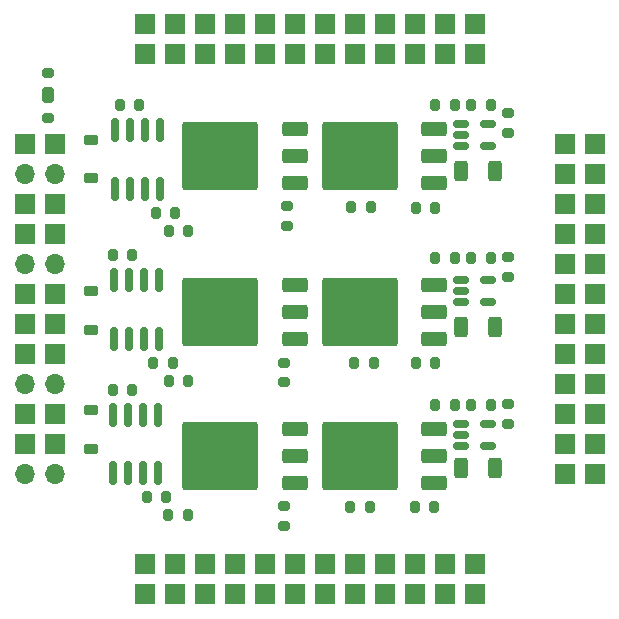
<source format=gbr>
%TF.GenerationSoftware,KiCad,Pcbnew,7.0.5*%
%TF.CreationDate,2024-12-02T20:01:48-05:00*%
%TF.ProjectId,eddie_bldc,65646469-655f-4626-9c64-632e6b696361,rev?*%
%TF.SameCoordinates,Original*%
%TF.FileFunction,Soldermask,Top*%
%TF.FilePolarity,Negative*%
%FSLAX46Y46*%
G04 Gerber Fmt 4.6, Leading zero omitted, Abs format (unit mm)*
G04 Created by KiCad (PCBNEW 7.0.5) date 2024-12-02 20:01:48*
%MOMM*%
%LPD*%
G01*
G04 APERTURE LIST*
G04 Aperture macros list*
%AMRoundRect*
0 Rectangle with rounded corners*
0 $1 Rounding radius*
0 $2 $3 $4 $5 $6 $7 $8 $9 X,Y pos of 4 corners*
0 Add a 4 corners polygon primitive as box body*
4,1,4,$2,$3,$4,$5,$6,$7,$8,$9,$2,$3,0*
0 Add four circle primitives for the rounded corners*
1,1,$1+$1,$2,$3*
1,1,$1+$1,$4,$5*
1,1,$1+$1,$6,$7*
1,1,$1+$1,$8,$9*
0 Add four rect primitives between the rounded corners*
20,1,$1+$1,$2,$3,$4,$5,0*
20,1,$1+$1,$4,$5,$6,$7,0*
20,1,$1+$1,$6,$7,$8,$9,0*
20,1,$1+$1,$8,$9,$2,$3,0*%
G04 Aperture macros list end*
%ADD10R,1.700000X1.700000*%
%ADD11O,1.700000X1.700000*%
%ADD12RoundRect,0.200000X-0.275000X0.200000X-0.275000X-0.200000X0.275000X-0.200000X0.275000X0.200000X0*%
%ADD13RoundRect,0.200000X0.275000X-0.200000X0.275000X0.200000X-0.275000X0.200000X-0.275000X-0.200000X0*%
%ADD14RoundRect,0.225000X-0.375000X0.225000X-0.375000X-0.225000X0.375000X-0.225000X0.375000X0.225000X0*%
%ADD15RoundRect,0.200000X0.200000X0.275000X-0.200000X0.275000X-0.200000X-0.275000X0.200000X-0.275000X0*%
%ADD16RoundRect,0.150000X-0.512500X-0.150000X0.512500X-0.150000X0.512500X0.150000X-0.512500X0.150000X0*%
%ADD17RoundRect,0.200000X-0.200000X-0.275000X0.200000X-0.275000X0.200000X0.275000X-0.200000X0.275000X0*%
%ADD18RoundRect,0.150000X0.150000X-0.825000X0.150000X0.825000X-0.150000X0.825000X-0.150000X-0.825000X0*%
%ADD19RoundRect,0.250000X-0.312500X-0.625000X0.312500X-0.625000X0.312500X0.625000X-0.312500X0.625000X0*%
%ADD20RoundRect,0.250000X0.850000X0.350000X-0.850000X0.350000X-0.850000X-0.350000X0.850000X-0.350000X0*%
%ADD21RoundRect,0.249997X2.950003X2.650003X-2.950003X2.650003X-2.950003X-2.650003X2.950003X-2.650003X0*%
G04 APERTURE END LIST*
D10*
%TO.C,J17*%
X35560000Y-60960000D03*
%TD*%
%TO.C,J16*%
X25400000Y-60960000D03*
%TD*%
%TO.C,J16*%
X27940000Y-60960000D03*
%TD*%
%TO.C,J18*%
X43180000Y-60960000D03*
%TD*%
%TO.C,J16*%
X30480000Y-60960000D03*
%TD*%
%TO.C,J16*%
X22860000Y-60960000D03*
%TD*%
%TO.C,J17*%
X40640000Y-60960000D03*
%TD*%
%TO.C,J17*%
X33020000Y-60960000D03*
%TD*%
%TO.C,J18*%
X48260000Y-60960000D03*
%TD*%
%TO.C,J17*%
X38100000Y-60960000D03*
%TD*%
%TO.C,J18*%
X45720000Y-60960000D03*
%TD*%
%TO.C,J18*%
X50800000Y-60960000D03*
%TD*%
%TO.C,J3*%
X12700000Y-48255000D03*
D11*
X12700000Y-50795000D03*
%TD*%
D10*
%TO.C,J7*%
X12700000Y-22855000D03*
D11*
X12700000Y-25395000D03*
%TD*%
D10*
%TO.C,J5*%
X12700000Y-38095000D03*
%TD*%
%TO.C,J1*%
X12700000Y-30475000D03*
D11*
X12700000Y-33015000D03*
%TD*%
D10*
%TO.C,J4*%
X12700000Y-35555000D03*
%TD*%
%TO.C,J2*%
X12700000Y-40635000D03*
D11*
X12700000Y-43175000D03*
%TD*%
D10*
%TO.C,J6*%
X12700000Y-45715000D03*
%TD*%
%TO.C,J13*%
X12700000Y-27935000D03*
%TD*%
%TO.C,J13*%
X50800000Y-12700000D03*
%TD*%
%TO.C,J12*%
X25400000Y-12700000D03*
%TD*%
%TO.C,J13*%
X43180000Y-12700000D03*
%TD*%
%TO.C,J14*%
X45720000Y-12700000D03*
%TD*%
%TO.C,J12*%
X33020000Y-12700000D03*
%TD*%
%TO.C,J10*%
X35560000Y-12700000D03*
%TD*%
%TO.C,J15*%
X48260000Y-12700000D03*
%TD*%
%TO.C,J11*%
X30480000Y-12700000D03*
%TD*%
%TO.C,J11*%
X22860000Y-12700000D03*
%TD*%
%TO.C,J14*%
X38100000Y-12700000D03*
%TD*%
%TO.C,J10*%
X27940000Y-12700000D03*
%TD*%
%TO.C,J15*%
X40640000Y-12700000D03*
%TD*%
%TO.C,J18*%
X60960000Y-48260000D03*
%TD*%
%TO.C,J17*%
X60960000Y-33020000D03*
%TD*%
%TO.C,J16*%
X60960000Y-27940000D03*
%TD*%
%TO.C,J18*%
X60960000Y-43180000D03*
%TD*%
%TO.C,J16*%
X60960000Y-30480000D03*
%TD*%
%TO.C,J17*%
X60960000Y-38100000D03*
%TD*%
%TO.C,J18*%
X60960000Y-50800000D03*
%TD*%
%TO.C,J16*%
X60960000Y-22860000D03*
%TD*%
%TO.C,J17*%
X60960000Y-35560000D03*
%TD*%
%TO.C,J17*%
X60960000Y-40640000D03*
%TD*%
%TO.C,J16*%
X60960000Y-25400000D03*
%TD*%
%TO.C,J18*%
X60960000Y-45720000D03*
%TD*%
%TO.C,J13*%
X15240000Y-27940000D03*
%TD*%
D12*
%TO.C,D4*%
X14634379Y-18989512D03*
X14634379Y-20639512D03*
%TD*%
D13*
%TO.C,R9*%
X34635608Y-55147584D03*
X34635608Y-53497584D03*
%TD*%
D10*
%TO.C,J18*%
X45720000Y-58420000D03*
%TD*%
%TO.C,J11*%
X30480000Y-15240000D03*
%TD*%
D14*
%TO.C,D1*%
X18319206Y-22462100D03*
X18319206Y-25762100D03*
%TD*%
D10*
%TO.C,J14*%
X38100000Y-15240000D03*
%TD*%
%TO.C,J17*%
X38100000Y-58420000D03*
%TD*%
D15*
%TO.C,C2*%
X26527686Y-30175338D03*
X24877686Y-30175338D03*
%TD*%
D16*
%TO.C,U2*%
X49662500Y-21148000D03*
X49662500Y-22098000D03*
X49662500Y-23048000D03*
X51937500Y-23048000D03*
X51937500Y-21148000D03*
%TD*%
D10*
%TO.C,J15*%
X48260000Y-15240000D03*
%TD*%
D15*
%TO.C,C1*%
X25420881Y-28644376D03*
X23770881Y-28644376D03*
%TD*%
D13*
%TO.C,R1*%
X34908869Y-29773516D03*
X34908869Y-28123516D03*
%TD*%
D10*
%TO.C,J2*%
X15240000Y-40640000D03*
D11*
X15240000Y-43180000D03*
%TD*%
D10*
%TO.C,J11*%
X22860000Y-15240000D03*
%TD*%
D17*
%TO.C,R6*%
X45817381Y-41406592D03*
X47467381Y-41406592D03*
%TD*%
D10*
%TO.C,J18*%
X50800000Y-58420000D03*
%TD*%
D17*
%TO.C,R11*%
X47435000Y-44958000D03*
X49085000Y-44958000D03*
%TD*%
D10*
%TO.C,J15*%
X40640000Y-15240000D03*
%TD*%
%TO.C,J6*%
X15240000Y-45720000D03*
%TD*%
%TO.C,J18*%
X58420000Y-45720000D03*
%TD*%
D18*
%TO.C,U5*%
X20196061Y-50735000D03*
X21466061Y-50735000D03*
X22736061Y-50735000D03*
X24006061Y-50735000D03*
X24006061Y-45785000D03*
X22736061Y-45785000D03*
X21466061Y-45785000D03*
X20196061Y-45785000D03*
%TD*%
D19*
%TO.C,R3_SHUNT3*%
X49591500Y-50292000D03*
X52516500Y-50292000D03*
%TD*%
D10*
%TO.C,J18*%
X48260000Y-58420000D03*
%TD*%
%TO.C,J10*%
X27940000Y-15240000D03*
%TD*%
D20*
%TO.C,Q4*%
X47345000Y-39365000D03*
X47345000Y-37085000D03*
D21*
X41045000Y-37085000D03*
D20*
X47345000Y-34805000D03*
%TD*%
D10*
%TO.C,J17*%
X58420000Y-38100000D03*
%TD*%
D19*
%TO.C,R3_SHUNT1*%
X49591500Y-25146000D03*
X52516500Y-25146000D03*
%TD*%
D10*
%TO.C,J12*%
X33020000Y-15240000D03*
%TD*%
D18*
%TO.C,U3*%
X20247167Y-39338085D03*
X21517167Y-39338085D03*
X22787167Y-39338085D03*
X24057167Y-39338085D03*
X24057167Y-34388085D03*
X22787167Y-34388085D03*
X21517167Y-34388085D03*
X20247167Y-34388085D03*
%TD*%
D10*
%TO.C,J17*%
X58420000Y-35560000D03*
%TD*%
%TO.C,J17*%
X40640000Y-58420000D03*
%TD*%
%TO.C,J17*%
X33020000Y-58420000D03*
%TD*%
%TO.C,J16*%
X58420000Y-22860000D03*
%TD*%
D17*
%TO.C,R2*%
X45818366Y-28235527D03*
X47468366Y-28235527D03*
%TD*%
%TO.C,R10*%
X45722080Y-53576520D03*
X47372080Y-53576520D03*
%TD*%
D15*
%TO.C,R12*%
X52133000Y-44958000D03*
X50483000Y-44958000D03*
%TD*%
D19*
%TO.C,R3_SHUNT2*%
X49591500Y-38354000D03*
X52516500Y-38354000D03*
%TD*%
D10*
%TO.C,J16*%
X58420000Y-25400000D03*
%TD*%
D20*
%TO.C,Q2*%
X47345000Y-26155000D03*
X47345000Y-23875000D03*
D21*
X41045000Y-23875000D03*
D20*
X47345000Y-21595000D03*
%TD*%
D10*
%TO.C,J18*%
X58420000Y-50800000D03*
%TD*%
%TO.C,J1*%
X15240000Y-30480000D03*
D11*
X15240000Y-33020000D03*
%TD*%
D10*
%TO.C,J4*%
X15240000Y-35560000D03*
%TD*%
%TO.C,J17*%
X58420000Y-40640000D03*
%TD*%
D17*
%TO.C,R7*%
X47435000Y-32512000D03*
X49085000Y-32512000D03*
%TD*%
%TO.C,C1_BOOT3*%
X20159379Y-43644275D03*
X21809379Y-43644275D03*
%TD*%
D10*
%TO.C,J14*%
X45720000Y-15240000D03*
%TD*%
D14*
%TO.C,D3*%
X18268100Y-45340000D03*
X18268100Y-48640000D03*
%TD*%
D13*
%TO.C,C12*%
X53594000Y-21907000D03*
X53594000Y-20257000D03*
%TD*%
D10*
%TO.C,J10*%
X35560000Y-15240000D03*
%TD*%
D20*
%TO.C,Q5*%
X35560000Y-51550000D03*
X35560000Y-49270000D03*
D21*
X29260000Y-49270000D03*
D20*
X35560000Y-46990000D03*
%TD*%
D10*
%TO.C,J16*%
X22860000Y-58420000D03*
%TD*%
D13*
%TO.C,R13*%
X14634379Y-18479512D03*
X14634379Y-16829512D03*
%TD*%
D10*
%TO.C,J16*%
X30480000Y-58420000D03*
%TD*%
D20*
%TO.C,Q3*%
X35560000Y-39365000D03*
X35560000Y-37085000D03*
D21*
X29260000Y-37085000D03*
D20*
X35560000Y-34805000D03*
%TD*%
D17*
%TO.C,C7*%
X40590742Y-41381903D03*
X42240742Y-41381903D03*
%TD*%
D10*
%TO.C,J13*%
X43180000Y-15240000D03*
%TD*%
%TO.C,J5*%
X15240000Y-38100000D03*
%TD*%
D15*
%TO.C,C5*%
X25223615Y-41406344D03*
X23573615Y-41406344D03*
%TD*%
D10*
%TO.C,J7*%
X15240000Y-22860000D03*
D11*
X15240000Y-25400000D03*
%TD*%
D15*
%TO.C,C9*%
X24688703Y-52708324D03*
X23038703Y-52708324D03*
%TD*%
%TO.C,R8*%
X52133000Y-32512000D03*
X50483000Y-32512000D03*
%TD*%
D10*
%TO.C,J3*%
X15240000Y-48260000D03*
D11*
X15240000Y-50800000D03*
%TD*%
D10*
%TO.C,J16*%
X27940000Y-58420000D03*
%TD*%
%TO.C,J13*%
X50800000Y-15240000D03*
%TD*%
D13*
%TO.C,C8*%
X53594000Y-46545000D03*
X53594000Y-44895000D03*
%TD*%
D10*
%TO.C,J16*%
X58420000Y-30480000D03*
%TD*%
D17*
%TO.C,C1_BOOT1*%
X20738583Y-19564517D03*
X22388583Y-19564517D03*
%TD*%
D10*
%TO.C,J18*%
X58420000Y-43180000D03*
%TD*%
D16*
%TO.C,U6*%
X49662500Y-46548000D03*
X49662500Y-47498000D03*
X49662500Y-48448000D03*
X51937500Y-48448000D03*
X51937500Y-46548000D03*
%TD*%
D10*
%TO.C,J12*%
X25400000Y-15240000D03*
%TD*%
D17*
%TO.C,R3*%
X47435000Y-19558000D03*
X49085000Y-19558000D03*
%TD*%
%TO.C,C1_BOOT2*%
X20150972Y-32272913D03*
X21800972Y-32272913D03*
%TD*%
%TO.C,C3*%
X40333467Y-28180470D03*
X41983467Y-28180470D03*
%TD*%
%TO.C,C11*%
X40261375Y-53578495D03*
X41911375Y-53578495D03*
%TD*%
D15*
%TO.C,R4*%
X52133000Y-19558000D03*
X50483000Y-19558000D03*
%TD*%
%TO.C,C10*%
X26494603Y-54273740D03*
X24844603Y-54273740D03*
%TD*%
D10*
%TO.C,J16*%
X25400000Y-58420000D03*
%TD*%
D14*
%TO.C,D2*%
X18293653Y-35264191D03*
X18293653Y-38564191D03*
%TD*%
D13*
%TO.C,C4*%
X53594000Y-34099000D03*
X53594000Y-32449000D03*
%TD*%
D10*
%TO.C,J16*%
X58420000Y-27940000D03*
%TD*%
D20*
%TO.C,Q6*%
X47345000Y-51555000D03*
X47345000Y-49275000D03*
D21*
X41045000Y-49275000D03*
D20*
X47345000Y-46995000D03*
%TD*%
D10*
%TO.C,J17*%
X58420000Y-33020000D03*
%TD*%
D16*
%TO.C,U4*%
X49662500Y-34356000D03*
X49662500Y-35306000D03*
X49662500Y-36256000D03*
X51937500Y-36256000D03*
X51937500Y-34356000D03*
%TD*%
D10*
%TO.C,J18*%
X58420000Y-48260000D03*
%TD*%
D18*
%TO.C,U1*%
X20349379Y-26638206D03*
X21619379Y-26638206D03*
X22889379Y-26638206D03*
X24159379Y-26638206D03*
X24159379Y-21688206D03*
X22889379Y-21688206D03*
X21619379Y-21688206D03*
X20349379Y-21688206D03*
%TD*%
D20*
%TO.C,Q1*%
X35560000Y-26155000D03*
X35560000Y-23875000D03*
D21*
X29260000Y-23875000D03*
D20*
X35560000Y-21595000D03*
%TD*%
D10*
%TO.C,J17*%
X35560000Y-58420000D03*
%TD*%
%TO.C,J18*%
X43180000Y-58420000D03*
%TD*%
D13*
%TO.C,R5*%
X34629720Y-43006848D03*
X34629720Y-41356848D03*
%TD*%
D15*
%TO.C,C6*%
X26545709Y-42928174D03*
X24895709Y-42928174D03*
%TD*%
M02*

</source>
